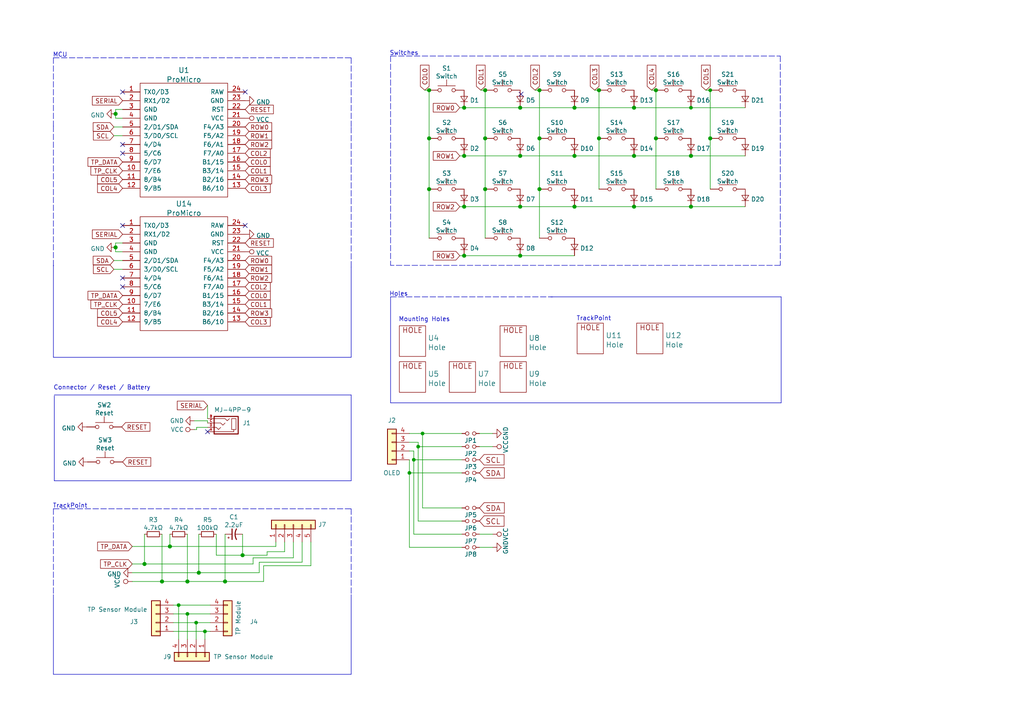
<source format=kicad_sch>
(kicad_sch (version 20230121) (generator eeschema)
  (paper "A4")
  (title_block (title "TPS42 Split Keyboard") (date "2021-11-13") (rev "${Revision}"))
  (lib_symbols
    (symbol "Connector_Generic:Conn_01x04" (pin_names (offset 1.016) hide)
      (property "Reference" "J" (at 0 5.08 0))
      (property "Value" "Conn_01x04" (at 0 -7.62 0))
      (symbol "Conn_01x04_1_1"
        (rectangle (start -1.27 -4.953) (end 0 -5.207) (stroke (width 0.1524)))
        (rectangle (start -1.27 -2.413) (end 0 -2.667) (stroke (width 0.1524)))
        (rectangle (start -1.27 0.127) (end 0 -0.127) (stroke (width 0.1524)))
        (rectangle (start -1.27 2.667) (end 0 2.413) (stroke (width 0.1524)))
        (rectangle (start -1.27 3.81) (end 1.27 -6.35) (stroke (width 0.254)) (fill (type background)))
        (pin passive line (at -5.08 2.54 0) (length 3.81) (name "Pin_1") (number "1"))
        (pin passive line (at -5.08 0 0) (length 3.81) (name "Pin_2") (number "2"))
        (pin passive line (at -5.08 -2.54 0) (length 3.81) (name "Pin_3") (number "3"))
        (pin passive line (at -5.08 -5.08 0) (length 3.81) (name "Pin_4") (number "4"))
      )
    )
    (symbol "Connector_Generic:Conn_01x05" (pin_names (offset 1.016) hide)
      (property "Reference" "J" (at 0 7.62 0))
      (property "Value" "Conn_01x05" (at 0 -7.62 0))
      (symbol "Conn_01x05_1_1"
        (rectangle (start -1.27 -4.953) (end 0 -5.207) (stroke (width 0.1524)))
        (rectangle (start -1.27 -2.413) (end 0 -2.667) (stroke (width 0.1524)))
        (rectangle (start -1.27 0.127) (end 0 -0.127) (stroke (width 0.1524)))
        (rectangle (start -1.27 2.667) (end 0 2.413) (stroke (width 0.1524)))
        (rectangle (start -1.27 5.207) (end 0 4.953) (stroke (width 0.1524)))
        (rectangle (start -1.27 6.35) (end 1.27 -6.35) (stroke (width 0.254)) (fill (type background)))
        (pin passive line (at -5.08 5.08 0) (length 3.81) (name "Pin_1") (number "1"))
        (pin passive line (at -5.08 2.54 0) (length 3.81) (name "Pin_2") (number "2"))
        (pin passive line (at -5.08 0 0) (length 3.81) (name "Pin_3") (number "3"))
        (pin passive line (at -5.08 -2.54 0) (length 3.81) (name "Pin_4") (number "4"))
        (pin passive line (at -5.08 -5.08 0) (length 3.81) (name "Pin_5") (number "5"))
      )
    )
    (symbol "Device:CP1_Small" (pin_numbers hide) (pin_names (offset 0.254) hide)
      (property "Reference" "C" (at 0.254 1.778 0))
      (property "Value" "CP1_Small" (at 0.254 -2.032 0))
      (symbol "CP1_Small_0_1"
        (polyline (pts (xy -1.524 0.508) (xy 1.524 0.508)) (stroke (width 0.3048)))
        (polyline (pts (xy -1.27 1.524) (xy -0.762 1.524)))
        (polyline (pts (xy -1.016 1.27) (xy -1.016 1.778)))
        (arc (start 1.524 -0.762) (mid 0 -0.3734) (end -1.524 -0.762) (stroke (width 0.3048)))
      )
      (symbol "CP1_Small_1_1"
        (pin passive line (at 0 2.54 270) (length 2.032) (name "~") (number "1"))
        (pin passive line (at 0 -2.54 90) (length 2.032) (name "~") (number "2"))
      )
    )
    (symbol "Device:D_Small" (pin_numbers hide) (pin_names (offset 0.254) hide)
      (property "Reference" "D" (at -1.27 2.032 0))
      (property "Value" "D_Small" (at -3.81 -2.032 0))
      (symbol "D_Small_0_1"
        (polyline (pts (xy -0.762 -1.016) (xy -0.762 1.016)))
        (polyline (pts (xy -0.762 0) (xy 0.762 0)))
        (polyline (pts (xy 0.762 -1.016) (xy -0.762 0) (xy 0.762 1.016) (xy 0.762 -1.016)))
      )
      (symbol "D_Small_1_1"
        (pin passive line (at -2.54 0 0) (length 1.778) (name "K") (number "1"))
        (pin passive line (at 2.54 0 180) (length 1.778) (name "A") (number "2"))
      )
    )
    (symbol "Device:R_Small" (pin_numbers hide) (pin_names (offset 0.254) hide)
      (property "Reference" "R" (at 0.762 0.508 0))
      (property "Value" "R_Small" (at 0.762 -1.016 0))
      (symbol "R_Small_0_1"
        (rectangle (start -0.762 1.778) (end 0.762 -1.778) (stroke (width 0.2032)))
      )
      (symbol "R_Small_1_1"
        (pin passive line (at 0 2.54 270) (length 0.762) (name "~") (number "1"))
        (pin passive line (at 0 -2.54 90) (length 0.762) (name "~") (number "2"))
      )
    )
    (symbol "Switch:SW_Push" (pin_numbers hide) (pin_names (offset 1.016) hide)
      (property "Reference" "SW" (at 1.27 2.54 0))
      (property "Value" "SW_Push" (at 0 -1.524 0))
      (symbol "SW_Push_0_1"
        (circle (center -2.032 0) (radius 0.508))
        (polyline (pts (xy 0 1.27) (xy 0 3.048)))
        (polyline (pts (xy 2.54 1.27) (xy -2.54 1.27)))
        (circle (center 2.032 0) (radius 0.508))
        (pin passive line (at -5.08 0 0) (length 2.54) (name "1") (number "1"))
        (pin passive line (at 5.08 0 180) (length 2.54) (name "2") (number "2"))
      )
    )
    (symbol "TPS42:Hole" (pin_names (offset 1.016))
      (property "Reference" "U" (at 0 0 0))
      (property "Value" "Hole" (at 0 -5.08 0))
      (symbol "Hole_0_0"
        (text "HOLE" (at 0 3.81 0) (effects (font (size 1.524 1.524))))
      )
      (symbol "Hole_0_1"
        (rectangle (start 3.81 5.08) (end -3.81 -3.81))
      )
    )
    (symbol "TPS42:ProMicro" (pin_names (offset 1.016))
      (property "Reference" "U" (at 0 19.05 0))
      (property "Value" "ProMicro" (at 0 -19.05 0))
      (symbol "ProMicro_0_1"
        (rectangle (start -12.7 16.51) (end 12.7 -16.51))
      )
      (symbol "ProMicro_1_1"
        (pin bidirectional line (at -17.78 13.97 0) (length 5.08) (name "TX0/D3") (number "1"))
        (pin bidirectional line (at -17.78 -8.89 0) (length 5.08) (name "7/E6") (number "10"))
        (pin bidirectional line (at -17.78 -11.43 0) (length 5.08) (name "8/B4") (number "11"))
        (pin bidirectional line (at -17.78 -13.97 0) (length 5.08) (name "9/B5") (number "12"))
        (pin bidirectional line (at 17.78 -13.97 180) (length 5.08) (name "B6/10") (number "13"))
        (pin bidirectional line (at 17.78 -11.43 180) (length 5.08) (name "B2/16") (number "14"))
        (pin bidirectional line (at 17.78 -8.89 180) (length 5.08) (name "B3/14") (number "15"))
        (pin bidirectional line (at 17.78 -6.35 180) (length 5.08) (name "B1/15") (number "16"))
        (pin bidirectional line (at 17.78 -3.81 180) (length 5.08) (name "F7/A0") (number "17"))
        (pin bidirectional line (at 17.78 -1.27 180) (length 5.08) (name "F6/A1") (number "18"))
        (pin bidirectional line (at 17.78 1.27 180) (length 5.08) (name "F5/A2") (number "19"))
        (pin bidirectional line (at -17.78 11.43 0) (length 5.08) (name "RX1/D2") (number "2"))
        (pin bidirectional line (at 17.78 3.81 180) (length 5.08) (name "F4/A3") (number "20"))
        (pin power_in line (at 17.78 6.35 180) (length 5.08) (name "VCC") (number "21"))
        (pin input line (at 17.78 8.89 180) (length 5.08) (name "RST") (number "22"))
        (pin power_in line (at 17.78 11.43 180) (length 5.08) (name "GND") (number "23"))
        (pin power_out line (at 17.78 13.97 180) (length 5.08) (name "RAW") (number "24"))
        (pin power_in line (at -17.78 8.89 0) (length 5.08) (name "GND") (number "3"))
        (pin power_in line (at -17.78 6.35 0) (length 5.08) (name "GND") (number "4"))
        (pin bidirectional line (at -17.78 3.81 0) (length 5.08) (name "2/D1/SDA") (number "5"))
        (pin bidirectional line (at -17.78 1.27 0) (length 5.08) (name "3/D0/SCL") (number "6"))
        (pin bidirectional line (at -17.78 -1.27 0) (length 5.08) (name "4/D4") (number "7"))
        (pin bidirectional line (at -17.78 -3.81 0) (length 5.08) (name "5/C6") (number "8"))
        (pin bidirectional line (at -17.78 -6.35 0) (length 5.08) (name "6/D7") (number "9"))
      )
    )
    (symbol "corne-chocolate-rescue:Jumper_NO_Small-Device" (pin_numbers hide) (pin_names (offset 0.762) hide)
      (property "Reference" "JP" (at 0 2.032 0))
      (property "Value" "Device:Jumper_NO_Small" (at 0.254 -1.524 0))
      (symbol "Jumper_NO_Small-Device_0_1"
        (circle (center -1.016 0) (radius 0.508))
        (circle (center 1.016 0) (radius 0.508))
        (pin passive line (at -2.54 0 0) (length 1.016) (name "1") (number "1"))
        (pin passive line (at 2.54 0 180) (length 1.016) (name "2") (number "2"))
      )
    )
    (symbol "kbd:MJ-4PP-9" (pin_names (offset 1.016))
      (property "Reference" "J" (at 0 3.81 0))
      (property "Value" "MJ-4PP-9" (at 0 -3.81 0))
      (symbol "MJ-4PP-9_0_1"
        (rectangle (start -1.905 -1.905) (end -3.175 1.27))
        (polyline (pts (xy -2.54 1.27) (xy -2.54 1.905) (xy 3.175 1.905)))
        (polyline (pts (xy -1.27 -1.905) (xy -0.635 -1.27) (xy 0 -1.905) (xy 3.175 -1.905)))
        (polyline (pts (xy 0 -0.635) (xy 0.635 0) (xy 1.27 -0.635) (xy 3.175 -0.635)))
        (polyline (pts (xy 1.27 0.635) (xy 1.905 1.27) (xy 2.54 0.635) (xy 3.175 0.635)))
        (rectangle (start 3.175 2.54) (end -3.81 -2.54) (stroke (width 0.3048)))
      )
      (symbol "MJ-4PP-9_1_1"
        (pin input line (at 5.08 1.905 180) (length 2.0066) (name "~") (number "A"))
        (pin input line (at 5.08 -1.905 180) (length 2.0066) (name "~") (number "B"))
        (pin input line (at 5.08 -0.635 180) (length 2.0066) (name "~") (number "C"))
        (pin input line (at 5.08 0.635 180) (length 2.0066) (name "~") (number "D"))
      )
    )
    (symbol "power:GND" (power) (pin_names (offset 0))
      (property "Value" "GND" (at 0 -3.81 0))
      (symbol "GND_0_1"
        (polyline (pts (xy 0 0) (xy 0 -1.27) (xy 1.27 -1.27) (xy 0 -2.54) (xy -1.27 -1.27) (xy 0 -1.27)))
      )
      (symbol "GND_1_1"
        (pin power_in line (at 0 0 270) (length 0) hide (name "GND") (number "1"))
      )
    )
    (symbol "power:VCC" (power) (pin_names (offset 0))
      (property "Value" "VCC" (at 0 3.81 0))
      (symbol "VCC_0_1"
        (polyline (pts (xy 0 0) (xy 0 1.27)))
        (circle (center 0 1.905) (radius 0.635))
      )
      (symbol "VCC_1_1"
        (pin power_in line (at 0 0 90) (length 0) hide (name "VCC") (number "1"))
      )
    )
  )
  (junction (at 166.624 31.242) (diameter 1.016))
  (junction (at 59.436 183.134))
  (junction (at 166.624 59.944) (diameter 1.016))
  (junction (at 57.658 166.116) (diameter 1.016))
  (junction (at 183.896 31.242) (diameter 1.016))
  (junction (at 51.816 175.514))
  (junction (at 140.716 26.162) (diameter 1.016))
  (junction (at 166.624 45.212) (diameter 1.016))
  (junction (at 173.736 26.162) (diameter 1.016))
  (junction (at 70.358 161.036) (diameter 1.016))
  (junction (at 150.876 31.242) (diameter 1.016))
  (junction (at 49.276 158.496) (diameter 1.016))
  (junction (at 124.46 40.132) (diameter 1.016))
  (junction (at 33.528 71.755) (diameter 1.016))
  (junction (at 56.896 180.594))
  (junction (at 156.464 40.132) (diameter 1.016))
  (junction (at 46.99 168.656) (diameter 1.016))
  (junction (at 205.994 40.132) (diameter 1.016))
  (junction (at 41.91 163.576) (diameter 1.016))
  (junction (at 120.015 133.35))
  (junction (at 54.356 168.656) (diameter 1.016))
  (junction (at 124.46 26.162) (diameter 1.016))
  (junction (at 183.896 59.944) (diameter 1.016))
  (junction (at 54.356 178.054))
  (junction (at 121.285 129.54))
  (junction (at 33.528 33.02) (diameter 1.016))
  (junction (at 156.464 54.864) (diameter 1.016))
  (junction (at 65.278 168.656) (diameter 1.016))
  (junction (at 200.406 59.944) (diameter 1.016))
  (junction (at 200.406 45.212) (diameter 1.016))
  (junction (at 150.876 74.168) (diameter 1.016))
  (junction (at 173.736 40.132) (diameter 1.016))
  (junction (at 134.62 74.168) (diameter 1.016))
  (junction (at 134.62 31.242) (diameter 1.016))
  (junction (at 118.745 137.16))
  (junction (at 140.716 54.864) (diameter 1.016))
  (junction (at 190.246 40.132) (diameter 1.016))
  (junction (at 150.876 59.944) (diameter 1.016))
  (junction (at 205.994 26.162))
  (junction (at 156.464 26.162) (diameter 1.016))
  (junction (at 140.716 40.132) (diameter 1.016))
  (junction (at 134.62 59.944) (diameter 1.016))
  (junction (at 122.555 125.73))
  (junction (at 190.246 26.162) (diameter 1.016))
  (junction (at 124.46 54.864) (diameter 1.016))
  (junction (at 150.876 45.212) (diameter 1.016))
  (junction (at 134.62 45.212) (diameter 1.016))
  (junction (at 200.406 31.242))
  (junction (at 183.896 45.212) (diameter 1.016))
  (no_connect (at 60.198 125.222))
  (no_connect (at 35.56 80.645))
  (no_connect (at 35.56 83.185))
  (no_connect (at 71.12 26.67))
  (no_connect (at 151.13 27.305))
  (no_connect (at 35.56 41.91))
  (no_connect (at 35.56 65.405))
  (no_connect (at 35.56 44.45))
  (no_connect (at 71.12 65.405))
  (no_connect (at 35.56 26.67))
  (wire (pts (xy 60.96 175.514) (xy 51.816 175.514)))
  (wire (pts (xy 56.896 180.594) (xy 50.292 180.594)))
  (wire (pts (xy 140.716 54.864) (xy 140.716 69.088)))
  (wire (pts (xy 33.528 73.025) (xy 33.528 71.755)))
  (wire (pts (xy 38.354 158.496) (xy 49.276 158.496)))
  (polyline (pts (xy 15.494 195.58) (xy 101.854 195.58)))
  (wire (pts (xy 57.658 166.116) (xy 75.184 166.116)))
  (wire (pts (xy 51.816 175.514) (xy 50.292 175.514)))
  (wire (pts (xy 62.738 161.036) (xy 70.358 161.036)))
  (polyline (pts (xy 15.748 114.554) (xy 101.854 114.554)))
  (wire (pts (xy 156.464 54.864) (xy 156.464 69.088)))
  (wire (pts (xy 205.994 40.132) (xy 205.994 54.864)))
  (wire (pts (xy 56.388 122.047) (xy 60.198 122.047)))
  (wire (pts (xy 200.406 31.242) (xy 216.154 31.242)))
  (wire (pts (xy 56.388 124.587) (xy 57.023 124.587)))
  (wire (pts (xy 139.065 129.54) (xy 142.875 129.54)))
  (wire (pts (xy 35.56 31.75) (xy 33.528 31.75)))
  (wire (pts (xy 60.198 117.602) (xy 60.198 121.412)))
  (wire (pts (xy 49.276 158.496) (xy 80.01 158.496)))
  (wire (pts (xy 49.276 154.94) (xy 49.276 158.496)))
  (wire (pts (xy 133.35 59.944) (xy 134.62 59.944)))
  (polyline (pts (xy 101.854 77.47) (xy 101.854 36.576)) (stroke (width 0) (type dash)))
  (wire (pts (xy 118.745 133.35) (xy 118.745 137.16)))
  (wire (pts (xy 120.015 130.81) (xy 120.015 133.35)))
  (wire (pts (xy 166.624 31.242) (xy 183.896 31.242)))
  (wire (pts (xy 122.555 125.73) (xy 122.555 147.32)))
  (wire (pts (xy 60.96 180.594) (xy 56.896 180.594)))
  (wire (pts (xy 75.184 166.116) (xy 75.184 163.068)))
  (polyline (pts (xy 113.284 86.106) (xy 160.274 86.106)) (stroke (width 0) (type dash)))
  (polyline (pts (xy 101.854 139.446) (xy 15.748 139.446)))
  (wire (pts (xy 33.528 31.75) (xy 33.528 33.02)))
  (wire (pts (xy 122.555 147.32) (xy 133.985 147.32)))
  (wire (pts (xy 156.464 26.162) (xy 156.464 40.132)))
  (wire (pts (xy 54.356 178.054) (xy 54.356 185.42)))
  (polyline (pts (xy 101.854 16.764) (xy 101.854 36.83)) (stroke (width 0) (type dash)))
  (wire (pts (xy 62.738 154.94) (xy 62.738 161.036)))
  (wire (pts (xy 73.406 161.798) (xy 85.09 161.798)))
  (polyline (pts (xy 15.494 172.466) (xy 15.494 195.58)))
  (polyline (pts (xy 113.284 16.256) (xy 226.314 16.256)) (stroke (width 0) (type dash)))
  (wire (pts (xy 150.876 74.168) (xy 166.624 74.168)))
  (wire (pts (xy 77.47 160.02) (xy 82.55 160.02)))
  (polyline (pts (xy 101.854 147.574) (xy 101.854 172.466)) (stroke (width 0) (type dash)))
  (wire (pts (xy 118.745 125.73) (xy 122.555 125.73)))
  (wire (pts (xy 33.02 78.105) (xy 35.56 78.105)))
  (wire (pts (xy 35.56 34.29) (xy 33.528 34.29)))
  (polyline (pts (xy 15.494 147.574) (xy 15.494 172.466)) (stroke (width 0) (type dash)))
  (wire (pts (xy 139.065 158.75) (xy 142.875 158.75)))
  (wire (pts (xy 59.436 183.134) (xy 59.436 185.42)))
  (wire (pts (xy 65.278 154.94) (xy 65.278 168.656)))
  (wire (pts (xy 172.466 26.162) (xy 173.736 26.162)))
  (wire (pts (xy 124.46 40.132) (xy 124.46 54.864)))
  (wire (pts (xy 46.99 154.94) (xy 46.99 168.656)))
  (polyline (pts (xy 15.494 16.764) (xy 101.854 16.764)) (stroke (width 0) (type dash)))
  (wire (pts (xy 41.91 163.576) (xy 73.406 163.576)))
  (wire (pts (xy 80.01 157.226) (xy 80.01 158.496)))
  (wire (pts (xy 150.876 59.944) (xy 166.624 59.944)))
  (wire (pts (xy 85.09 157.226) (xy 85.09 161.798)))
  (wire (pts (xy 134.62 45.212) (xy 150.876 45.212)))
  (polyline (pts (xy 226.568 116.84) (xy 113.284 116.84)))
  (wire (pts (xy 38.354 163.576) (xy 41.91 163.576)))
  (wire (pts (xy 183.896 31.242) (xy 200.406 31.242)))
  (wire (pts (xy 118.745 130.81) (xy 120.015 130.81)))
  (wire (pts (xy 200.406 45.212) (xy 216.154 45.212)))
  (polyline (pts (xy 15.494 76.962) (xy 15.494 103.632)))
  (wire (pts (xy 134.62 59.944) (xy 150.876 59.944)))
  (wire (pts (xy 51.816 175.514) (xy 51.816 185.42)))
  (wire (pts (xy 90.17 157.226) (xy 90.17 164.084)))
  (wire (pts (xy 33.528 70.485) (xy 33.528 71.755)))
  (wire (pts (xy 133.985 129.54) (xy 121.285 129.54)))
  (wire (pts (xy 166.624 59.944) (xy 183.896 59.944)))
  (polyline (pts (xy 15.494 103.632) (xy 101.854 103.632)))
  (polyline (pts (xy 101.854 195.58) (xy 101.854 172.466)))
  (wire (pts (xy 121.285 151.13) (xy 133.985 151.13)))
  (wire (pts (xy 140.716 26.162) (xy 140.716 40.132)))
  (polyline (pts (xy 113.284 116.84) (xy 113.284 86.106)))
  (wire (pts (xy 183.896 45.212) (xy 200.406 45.212)))
  (wire (pts (xy 57.658 154.94) (xy 57.658 166.116)))
  (wire (pts (xy 155.194 26.162) (xy 156.464 26.162)))
  (wire (pts (xy 77.47 161.036) (xy 77.47 160.02)))
  (wire (pts (xy 118.745 158.75) (xy 133.985 158.75)))
  (wire (pts (xy 38.354 166.116) (xy 57.658 166.116)))
  (wire (pts (xy 35.56 73.025) (xy 33.528 73.025)))
  (wire (pts (xy 190.246 26.162) (xy 190.246 40.132)))
  (wire (pts (xy 124.46 26.162) (xy 124.46 40.132)))
  (wire (pts (xy 54.356 168.656) (xy 65.278 168.656)))
  (wire (pts (xy 166.624 45.212) (xy 183.896 45.212)))
  (polyline (pts (xy 159.766 86.106) (xy 226.568 86.106)))
  (wire (pts (xy 133.35 31.242) (xy 134.62 31.242)))
  (wire (pts (xy 139.065 125.73) (xy 142.875 125.73)))
  (wire (pts (xy 46.99 168.656) (xy 54.356 168.656)))
  (wire (pts (xy 33.02 75.565) (xy 35.56 75.565)))
  (wire (pts (xy 150.876 31.242) (xy 166.624 31.242)))
  (polyline (pts (xy 15.494 147.574) (xy 101.854 147.574)) (stroke (width 0) (type dash)))
  (polyline (pts (xy 15.494 16.764) (xy 15.494 36.576)) (stroke (width 0) (type dash)))
  (wire (pts (xy 60.96 178.054) (xy 54.356 178.054)))
  (wire (pts (xy 87.63 157.226) (xy 87.63 163.068)))
  (wire (pts (xy 173.736 40.132) (xy 173.736 54.864)))
  (wire (pts (xy 57.023 123.952) (xy 60.198 123.952)))
  (polyline (pts (xy 15.748 114.808) (xy 15.748 139.446)))
  (polyline (pts (xy 101.854 114.554) (xy 101.854 139.446)))
  (polyline (pts (xy 226.314 76.962) (xy 113.284 76.962)) (stroke (width 0) (type dash)))
  (polyline (pts (xy 113.284 16.256) (xy 113.284 76.962)) (stroke (width 0) (type dash)))
  (wire (pts (xy 33.02 36.83) (xy 35.56 36.83)))
  (wire (pts (xy 76.454 168.656) (xy 76.454 164.084)))
  (wire (pts (xy 183.896 59.944) (xy 200.406 59.944)))
  (wire (pts (xy 54.356 154.94) (xy 54.356 168.656)))
  (wire (pts (xy 134.62 74.168) (xy 150.876 74.168)))
  (wire (pts (xy 121.285 128.27) (xy 121.285 129.54)))
  (wire (pts (xy 70.358 154.94) (xy 70.358 161.036)))
  (wire (pts (xy 123.19 26.162) (xy 124.46 26.162)))
  (wire (pts (xy 35.56 70.485) (xy 33.528 70.485)))
  (wire (pts (xy 60.96 183.134) (xy 59.436 183.134)))
  (wire (pts (xy 124.46 54.864) (xy 124.46 69.088)))
  (wire (pts (xy 38.354 168.656) (xy 46.99 168.656)))
  (wire (pts (xy 33.528 34.29) (xy 33.528 33.02)))
  (wire (pts (xy 60.198 122.047) (xy 60.198 122.682)))
  (wire (pts (xy 56.896 180.594) (xy 56.896 185.42)))
  (wire (pts (xy 59.436 183.134) (xy 50.292 183.134)))
  (wire (pts (xy 190.246 40.132) (xy 190.246 54.864)))
  (wire (pts (xy 118.745 137.16) (xy 118.745 158.75)))
  (wire (pts (xy 156.464 40.132) (xy 156.464 54.864)))
  (wire (pts (xy 75.184 163.068) (xy 87.63 163.068)))
  (wire (pts (xy 122.555 125.73) (xy 133.985 125.73)))
  (wire (pts (xy 133.985 133.35) (xy 120.015 133.35)))
  (wire (pts (xy 150.876 45.212) (xy 166.624 45.212)))
  (wire (pts (xy 204.724 26.162) (xy 205.994 26.162)))
  (wire (pts (xy 140.716 40.132) (xy 140.716 54.864)))
  (polyline (pts (xy 101.854 103.632) (xy 101.854 77.47)))
  (wire (pts (xy 134.62 31.242) (xy 150.876 31.242)))
  (wire (pts (xy 70.358 161.036) (xy 77.47 161.036)))
  (wire (pts (xy 54.356 178.054) (xy 50.292 178.054)))
  (wire (pts (xy 200.406 59.944) (xy 216.154 59.944)))
  (polyline (pts (xy 15.494 36.576) (xy 15.494 77.47)) (stroke (width 0) (type dash)))
  (wire (pts (xy 73.406 163.576) (xy 73.406 161.798)))
  (wire (pts (xy 139.065 154.94) (xy 142.875 154.94)))
  (wire (pts (xy 120.015 133.35) (xy 120.015 154.94)))
  (wire (pts (xy 82.55 157.226) (xy 82.55 160.02)))
  (wire (pts (xy 133.985 137.16) (xy 118.745 137.16)))
  (wire (pts (xy 33.02 39.37) (xy 35.56 39.37)))
  (wire (pts (xy 41.91 154.94) (xy 41.91 163.576)))
  (wire (pts (xy 118.745 128.27) (xy 121.285 128.27)))
  (polyline (pts (xy 226.314 16.256) (xy 226.314 76.962)) (stroke (width 0) (type dash)))
  (wire (pts (xy 65.278 168.656) (xy 76.454 168.656)))
  (wire (pts (xy 188.976 26.162) (xy 190.246 26.162)))
  (wire (pts (xy 76.454 164.084) (xy 90.17 164.084)))
  (wire (pts (xy 205.994 26.162) (xy 205.994 40.132)))
  (wire (pts (xy 133.35 74.168) (xy 134.62 74.168)))
  (wire (pts (xy 121.285 129.54) (xy 121.285 151.13)))
  (wire (pts (xy 173.736 26.162) (xy 173.736 40.132)))
  (wire (pts (xy 139.446 26.162) (xy 140.716 26.162)))
  (wire (pts (xy 120.015 154.94) (xy 133.985 154.94)))
  (polyline (pts (xy 226.568 86.106) (xy 226.568 116.84)))
  (wire (pts (xy 57.023 124.587) (xy 57.023 123.952)))
  (wire (pts (xy 133.35 45.212) (xy 134.62 45.212)))
  (text "Holes" (at 118.364 86.106 0) (effects (font (size 1.27 1.27)) (justify right bottom)))
  (text "TrackPoint" (at 177.292 93.218 0) (effects (font (size 1.27 1.27)) (justify right bottom)))
  (text "Connector / Reset / Battery" (at 43.688 113.284 0) (effects (font (size 1.27 1.27)) (justify right bottom)))
  (text "Mounting Holes" (at 130.556 93.472 0) (effects (font (size 1.27 1.27)) (justify right bottom)))
  (text "Switches" (at 121.412 16.256 0) (effects (font (size 1.27 1.27)) (justify right bottom)))
  (text "TrackPoint" (at 25.4 147.574 0) (effects (font (size 1.27 1.27)) (justify right bottom)))
  (text "MCU\n" (at 19.558 16.764 0) (effects (font (size 1.27 1.27)) (justify right bottom)))
  (global_label "ROW3" (shape input) (at 133.35 74.168 180) (property "Intersheetrefs" "${INTERSHEET_REFS}" (effects hide)))
  (global_label "SERIAL" (shape input) (at 60.198 117.602 180) (property "Intersheetrefs" "${INTERSHEET_REFS}" (effects hide)))
  (global_label "COL3" (shape input) (at 172.466 26.162 90) (property "Intersheetrefs" "${INTERSHEET_REFS}" (effects hide)))
  (global_label "SERIAL" (shape input) (at 35.56 29.21 180) (property "Intersheetrefs" "${INTERSHEET_REFS}" (effects hide)))
  (global_label "RESET" (shape input) (at 71.12 70.485 0) (property "Intersheetrefs" "${INTERSHEET_REFS}" (effects hide)))
  (global_label "COL4" (shape input) (at 188.976 26.162 90) (property "Intersheetrefs" "${INTERSHEET_REFS}" (effects hide)))
  (global_label "ROW0" (shape input) (at 71.12 36.83 0) (property "Intersheetrefs" "${INTERSHEET_REFS}" (effects hide)))
  (global_label "COL5" (shape input) (at 204.724 26.162 90) (property "Intersheetrefs" "${INTERSHEET_REFS}" (effects hide)))
  (global_label "TP_CLK" (shape input) (at 35.56 49.53 180) (property "Intersheetrefs" "${INTERSHEET_REFS}" (effects hide)))
  (global_label "SDA" (shape input) (at 139.065 137.16 0) (effects (font (size 1.524 1.524))) (property "Intersheetrefs" "${INTERSHEET_REFS}" (effects hide)))
  (global_label "COL5" (shape input) (at 35.56 52.07 180) (property "Intersheetrefs" "${INTERSHEET_REFS}" (effects hide)))
  (global_label "TP_DATA" (shape input) (at 38.354 158.496 180) (property "Intersheetrefs" "${INTERSHEET_REFS}" (effects hide)))
  (global_label "SDA" (shape input) (at 33.02 36.83 180) (property "Intersheetrefs" "${INTERSHEET_REFS}" (effects hide)))
  (global_label "ROW0" (shape input) (at 133.35 31.242 180) (property "Intersheetrefs" "${INTERSHEET_REFS}" (effects hide)))
  (global_label "ROW3" (shape input) (at 71.12 52.07 0) (property "Intersheetrefs" "${INTERSHEET_REFS}" (effects hide)))
  (global_label "SCL" (shape input) (at 33.02 78.105 180) (property "Intersheetrefs" "${INTERSHEET_REFS}" (effects hide)))
  (global_label "TP_DATA" (shape input) (at 35.56 46.99 180) (property "Intersheetrefs" "${INTERSHEET_REFS}" (effects hide)))
  (global_label "TP_CLK" (shape input) (at 35.56 88.265 180) (property "Intersheetrefs" "${INTERSHEET_REFS}" (effects hide)))
  (global_label "COL1" (shape input) (at 71.12 49.53 0) (property "Intersheetrefs" "${INTERSHEET_REFS}" (effects hide)))
  (global_label "ROW2" (shape input) (at 71.12 41.91 0) (property "Intersheetrefs" "${INTERSHEET_REFS}" (effects hide)))
  (global_label "ROW2" (shape input) (at 71.12 80.645 0) (property "Intersheetrefs" "${INTERSHEET_REFS}" (effects hide)))
  (global_label "COL0" (shape input) (at 123.19 26.162 90) (property "Intersheetrefs" "${INTERSHEET_REFS}" (effects hide)))
  (global_label "SDA" (shape input) (at 139.065 147.32 0) (effects (font (size 1.524 1.524))) (property "Intersheetrefs" "${INTERSHEET_REFS}" (effects hide)))
  (global_label "SCL" (shape input) (at 33.02 39.37 180) (property "Intersheetrefs" "${INTERSHEET_REFS}" (effects hide)))
  (global_label "COL5" (shape input) (at 35.56 90.805 180) (property "Intersheetrefs" "${INTERSHEET_REFS}" (effects hide)))
  (global_label "ROW1" (shape input) (at 71.12 39.37 0) (property "Intersheetrefs" "${INTERSHEET_REFS}" (effects hide)))
  (global_label "COL1" (shape input) (at 71.12 88.265 0) (property "Intersheetrefs" "${INTERSHEET_REFS}" (effects hide)))
  (global_label "SCL" (shape input) (at 139.065 133.35 0) (effects (font (size 1.524 1.524))) (property "Intersheetrefs" "${INTERSHEET_REFS}" (effects hide)))
  (global_label "TP_CLK" (shape input) (at 38.354 163.576 180) (property "Intersheetrefs" "${INTERSHEET_REFS}" (effects hide)))
  (global_label "ROW1" (shape input) (at 71.12 78.105 0) (property "Intersheetrefs" "${INTERSHEET_REFS}" (effects hide)))
  (global_label "SDA" (shape input) (at 33.02 75.565 180) (property "Intersheetrefs" "${INTERSHEET_REFS}" (effects hide)))
  (global_label "ROW1" (shape input) (at 133.35 45.212 180) (property "Intersheetrefs" "${INTERSHEET_REFS}" (effects hide)))
  (global_label "COL4" (shape input) (at 35.56 54.61 180) (property "Intersheetrefs" "${INTERSHEET_REFS}" (effects hide)))
  (global_label "COL0" (shape input) (at 71.12 46.99 0) (property "Intersheetrefs" "${INTERSHEET_REFS}" (effects hide)))
  (global_label "COL4" (shape input) (at 35.56 93.345 180) (property "Intersheetrefs" "${INTERSHEET_REFS}" (effects hide)))
  (global_label "ROW0" (shape input) (at 71.12 75.565 0) (property "Intersheetrefs" "${INTERSHEET_REFS}" (effects hide)))
  (global_label "RESET" (shape input) (at 35.56 133.985 0) (property "Intersheetrefs" "${INTERSHEET_REFS}" (effects hide)))
  (global_label "COL3" (shape input) (at 71.12 93.345 0) (property "Intersheetrefs" "${INTERSHEET_REFS}" (effects hide)))
  (global_label "SCL" (shape input) (at 139.065 151.13 0) (effects (font (size 1.524 1.524))) (property "Intersheetrefs" "${INTERSHEET_REFS}" (effects hide)))
  (global_label "COL2" (shape input) (at 155.194 26.162 90) (property "Intersheetrefs" "${INTERSHEET_REFS}" (effects hide)))
  (global_label "COL1" (shape input) (at 139.446 26.162 90) (property "Intersheetrefs" "${INTERSHEET_REFS}" (effects hide)))
  (global_label "SERIAL" (shape input) (at 35.56 67.945 180) (property "Intersheetrefs" "${INTERSHEET_REFS}" (effects hide)))
  (global_label "COL2" (shape input) (at 71.12 83.185 0) (property "Intersheetrefs" "${INTERSHEET_REFS}" (effects hide)))
  (global_label "COL2" (shape input) (at 71.12 44.45 0) (property "Intersheetrefs" "${INTERSHEET_REFS}" (effects hide)))
  (global_label "COL0" (shape input) (at 71.12 85.725 0) (property "Intersheetrefs" "${INTERSHEET_REFS}" (effects hide)))
  (global_label "ROW2" (shape input) (at 133.35 59.944 180) (property "Intersheetrefs" "${INTERSHEET_REFS}" (effects hide)))
  (global_label "ROW3" (shape input) (at 71.12 90.805 0) (property "Intersheetrefs" "${INTERSHEET_REFS}" (effects hide)))
  (global_label "COL3" (shape input) (at 71.12 54.61 0) (property "Intersheetrefs" "${INTERSHEET_REFS}" (effects hide)))
  (global_label "RESET" (shape input) (at 71.12 31.75 0) (property "Intersheetrefs" "${INTERSHEET_REFS}" (effects hide)))
  (global_label "RESET" (shape input) (at 35.306 123.825 0) (property "Intersheetrefs" "${INTERSHEET_REFS}" (effects hide)))
  (global_label "TP_DATA" (shape input) (at 35.56 85.725 180) (property "Intersheetrefs" "${INTERSHEET_REFS}" (effects hide)))
  (symbol (lib_id "corne-chocolate-rescue:Jumper_NO_Small-Device") (at 136.525 158.75 180) (unit 1)
    (property "Reference" "JP8" (at 136.525 160.782 0))
    (property "Value" " " (at 136.271 157.226 0))
    (property "Footprint" "kbd:Jumper" (effects hide))
  )
  (symbol (lib_id "Device:D_Small") (at 183.896 57.404 90) (unit 1)
    (property "Reference" "D15" (at 185.5471 57.7925 90) (effects (justify right)))
    (property "Value" "D_Small" (effects hide))
    (property "Footprint" "TPS42:D_SOD-323_HandSoldering_Reversable" (effects hide))
  )
  (symbol (lib_id "Device:R_Small") (at 51.816 154.94 270) (unit 1)
    (property "Reference" "R4" (at 51.816 150.7702 90))
    (property "Value" "4.7kΩ" (at 51.816 153.0689 90))
    (property "Footprint" "TPS42:R_0603_1608Metric_Pad0.98x0.95mm_HandSolder_Reversable" (effects hide))
  )
  (symbol (lib_id "TPS42:Hole") (at 171.196 98.806 0) (unit 1)
    (property "Reference" "U11" (at 175.6411 97.2834 0) (effects (font (size 1.524 1.524)) (justify left)))
    (property "Value" "Hole" (at 175.6411 99.991 0) (effects (font (size 1.524 1.524)) (justify left)))
    (property "Footprint" "TPS42:TPSensorModule" (effects hide))
  )
  (symbol (lib_id "Switch:SW_Push") (at 30.48 133.985 0) (unit 1)
    (property "Reference" "SW3" (at 30.48 127.6308 0))
    (property "Value" "Reset" (at 30.48 129.9295 0))
    (property "Footprint" "TPS42:SMD-SW-4_5.1x5.1x2.5" (effects hide))
  )
  (symbol (lib_id "power:VCC") (at 38.354 168.656 90) (unit 1)
    (property "Reference" "#PWR04" (effects hide))
    (property "Value" "VCC" (at 34.0296 168.656 0))
  )
  (symbol (lib_id "Switch:SW_Push") (at 161.544 26.162 0) (unit 1)
    (property "Reference" "S9" (at 161.544 21.5858 0))
    (property "Value" "Switch" (at 161.544 23.8845 0))
    (property "Footprint" "TPS42:Kailh_socket_PG1350_optional_reversible.kicad_mod" (effects hide))
  )
  (symbol (lib_id "Switch:SW_Push") (at 129.54 40.132 0) (unit 1)
    (property "Reference" "S2" (at 129.54 35.5558 0))
    (property "Value" "Switch" (at 129.54 37.8545 0))
    (property "Footprint" "TPS42:Kailh_socket_PG1350_optional_reversible.kicad_mod" (effects hide))
  )
  (symbol (lib_id "Switch:SW_Push") (at 145.796 54.864 0) (unit 1)
    (property "Reference" "S7" (at 145.796 50.2878 0))
    (property "Value" "Switch" (at 145.796 52.5865 0))
    (property "Footprint" "TPS42:Kailh_socket_PG1350_optional_reversible.kicad_mod" (effects hide))
  )
  (symbol (lib_id "Switch:SW_Push") (at 145.796 69.088 0) (unit 1)
    (property "Reference" "S8" (at 145.796 64.5118 0))
    (property "Value" "Switch" (at 145.796 66.8105 0))
    (property "Footprint" "TPS42:Kailh_socket_PG1350_optional_reversible.kicad_mod" (effects hide))
  )
  (symbol (lib_id "corne-chocolate-rescue:Jumper_NO_Small-Device") (at 136.525 154.94 180) (unit 1)
    (property "Reference" "JP7" (at 136.525 156.972 0))
    (property "Value" " " (at 136.271 153.416 0))
    (property "Footprint" "kbd:Jumper" (effects hide))
  )
  (symbol (lib_id "power:GND") (at 142.875 158.75 90) (unit 1)
    (property "Reference" "#PWR08" (effects hide))
    (property "Value" "GND" (at 146.685 158.75 0))
  )
  (symbol (lib_id "Switch:SW_Push") (at 195.326 26.162 0) (unit 1)
    (property "Reference" "S16" (at 195.326 21.5858 0))
    (property "Value" "Switch" (at 195.326 23.8845 0))
    (property "Footprint" "TPS42:Kailh_socket_PG1350_optional_reversible.kicad_mod" (effects hide))
  )
  (symbol (lib_id "power:GND") (at 38.354 166.116 270) (unit 1)
    (property "Reference" "#PWR03" (effects hide))
    (property "Value" "GND" (at 35.179 166.5045 90) (effects (justify right)))
  )
  (symbol (lib_id "power:GND") (at 33.528 33.02 270) (unit 1)
    (property "Reference" "#PWR011" (effects hide))
    (property "Value" "GND" (at 30.353 33.4085 90) (effects (justify right)))
  )
  (symbol (lib_id "Device:D_Small") (at 150.876 57.404 90) (unit 1)
    (property "Reference" "D7" (at 152.5271 57.7925 90) (effects (justify right)))
    (property "Value" "D_Small" (effects hide))
    (property "Footprint" "TPS42:D_SOD-323_HandSoldering_Reversable" (effects hide))
  )
  (symbol (lib_id "Connector_Generic:Conn_01x04") (at 66.04 180.594 0) (mirror x) (unit 1)
    (property "Reference" "J4" (at 73.66 180.34 0))
    (property "Value" "TP Module" (at 69.088 179.2055 90))
    (property "Footprint" "TPS42:TPSensorModule_Connector" (effects hide))
  )
  (symbol (lib_id "power:GND") (at 33.528 71.755 270) (unit 1)
    (property "Reference" "#PWR0103" (effects hide))
    (property "Value" "GND" (at 30.353 72.1435 90) (effects (justify right)))
  )
  (symbol (lib_id "TPS42:Hole") (at 148.844 109.982 0) (unit 1)
    (property "Reference" "U9" (at 153.2891 108.4594 0) (effects (font (size 1.524 1.524)) (justify left)))
    (property "Value" "Hole" (at 153.2891 111.167 0) (effects (font (size 1.524 1.524)) (justify left)))
    (property "Footprint" "TPS42:HOLE_M2_TH" (effects hide))
  )
  (symbol (lib_id "Device:D_Small") (at 134.62 71.628 90) (unit 1)
    (property "Reference" "D4" (at 136.2711 72.0165 90) (effects (justify right)))
    (property "Value" "D_Small" (effects hide))
    (property "Footprint" "TPS42:D_SOD-323_HandSoldering_Reversable" (effects hide))
  )
  (symbol (lib_id "TPS42:Hole") (at 119.634 109.982 0) (unit 1)
    (property "Reference" "U5" (at 124.0791 108.4594 0) (effects (font (size 1.524 1.524)) (justify left)))
    (property "Value" "Hole" (at 124.0791 111.167 0) (effects (font (size 1.524 1.524)) (justify left)))
    (property "Footprint" "TPS42:HOLE_M2_TH" (effects hide))
  )
  (symbol (lib_id "Connector_Generic:Conn_01x04") (at 113.665 130.81 180) (unit 1)
    (property "Reference" "J2" (at 113.665 121.92 0))
    (property "Value" "OLED" (at 113.665 137.16 0))
    (property "Footprint" "kbd:OLED" (effects hide))
  )
  (symbol (lib_id "power:VCC") (at 56.388 124.587 90) (unit 1)
    (property "Reference" "#PWR02" (effects hide))
    (property "Value" "VCC" (at 53.34 124.587 90) (effects (justify left)))
  )
  (symbol (lib_id "Device:D_Small") (at 150.876 71.628 90) (unit 1)
    (property "Reference" "D8" (at 152.5271 72.0165 90) (effects (justify right)))
    (property "Value" "D_Small" (effects hide))
    (property "Footprint" "TPS42:D_SOD-323_HandSoldering_Reversable" (effects hide))
  )
  (symbol (lib_id "power:GND") (at 71.12 29.21 90) (unit 1)
    (property "Reference" "#PWR0104" (effects hide))
    (property "Value" "GND" (at 74.2951 29.5985 90) (effects (justify right)))
  )
  (symbol (lib_id "Switch:SW_Push") (at 161.544 69.088 0) (unit 1)
    (property "Reference" "S12" (at 161.544 64.5118 0))
    (property "Value" "Switch" (at 161.544 66.8105 0))
    (property "Footprint" "TPS42:Kailh_socket_PG1350_optional_reversible.kicad_mod" (effects hide))
  )
  (symbol (lib_id "Device:D_Small") (at 216.154 42.672 90) (unit 1)
    (property "Reference" "D19" (at 217.8051 43.0605 90) (effects (justify right)))
    (property "Value" "D_Small" (effects hide))
    (property "Footprint" "TPS42:D_SOD-323_HandSoldering_Reversable" (effects hide))
  )
  (symbol (lib_id "Switch:SW_Push") (at 178.816 26.162 0) (unit 1)
    (property "Reference" "S13" (at 178.816 21.5858 0))
    (property "Value" "Switch" (at 178.816 23.8845 0))
    (property "Footprint" "TPS42:Kailh_socket_PG1350_optional_reversible.kicad_mod" (effects hide))
  )
  (symbol (lib_id "corne-chocolate-rescue:Jumper_NO_Small-Device") (at 136.525 137.16 180) (unit 1)
    (property "Reference" "JP4" (at 136.525 139.192 0))
    (property "Value" " " (at 136.271 135.636 0))
    (property "Footprint" "kbd:Jumper" (effects hide))
  )
  (symbol (lib_id "Device:D_Small") (at 166.624 57.404 90) (unit 1)
    (property "Reference" "D11" (at 168.2751 57.7925 90) (effects (justify right)))
    (property "Value" "D_Small" (effects hide))
    (property "Footprint" "TPS42:D_SOD-323_HandSoldering_Reversable" (effects hide))
  )
  (symbol (lib_id "kbd:MJ-4PP-9") (at 65.278 123.317 180) (unit 1)
    (property "Reference" "J1" (at 70.358 122.682 0) (effects (justify right)))
    (property "Value" "MJ-4PP-9" (at 62.103 118.872 0) (effects (justify right)))
    (property "Footprint" "kbd:MJ-4PP-9_1side" (effects hide))
  )
  (symbol (lib_id "Switch:SW_Push") (at 211.074 54.864 0) (unit 1)
    (property "Reference" "S20" (at 211.074 50.2878 0))
    (property "Value" "Switch" (at 211.074 52.5865 0))
    (property "Footprint" "TPS42:Kailh_socket_PG1350_optional_reversible.kicad_mod" (effects hide))
  )
  (symbol (lib_id "Device:D_Small") (at 200.406 42.672 90) (unit 1)
    (property "Reference" "D17" (at 202.0571 43.0605 90) (effects (justify right)))
    (property "Value" "D_Small" (effects hide))
    (property "Footprint" "TPS42:D_SOD-323_HandSoldering_Reversable" (effects hide))
  )
  (symbol (lib_id "Device:D_Small") (at 166.624 28.702 90) (unit 1)
    (property "Reference" "D9" (at 168.2751 29.0905 90) (effects (justify right)))
    (property "Value" "D_Small" (effects hide))
    (property "Footprint" "TPS42:D_SOD-323_HandSoldering_Reversable" (effects hide))
  )
  (symbol (lib_id "TPS42:Hole") (at 134.112 109.982 0) (unit 1)
    (property "Reference" "U7" (at 138.5571 108.4594 0) (effects (font (size 1.524 1.524)) (justify left)))
    (property "Value" "Hole" (at 138.5571 111.167 0) (effects (font (size 1.524 1.524)) (justify left)))
    (property "Footprint" "TPS42:HOLE_M2_TH" (effects hide))
  )
  (symbol (lib_id "power:GND") (at 71.12 67.945 90) (unit 1)
    (property "Reference" "#PWR0101" (effects hide))
    (property "Value" "GND" (at 74.2951 68.3335 90) (effects (justify right)))
  )
  (symbol (lib_id "Device:D_Small") (at 200.406 28.702 90) (unit 1)
    (property "Reference" "D16" (at 202.0571 29.0905 90) (effects (justify right)))
    (property "Value" "D_Small" (effects hide))
    (property "Footprint" "TPS42:D_SOD-323_HandSoldering_Reversable" (effects hide))
  )
  (symbol (lib_id "Connector_Generic:Conn_01x04") (at 45.212 180.594 180) (unit 1)
    (property "Reference" "J3" (at 38.862 180.34 0))
    (property "Value" "TP Sensor Module" (at 34.036 176.784 0))
    (property "Footprint" "TPS42:TPSensorModule_Connector" (effects hide))
  )
  (symbol (lib_id "Device:R_Small") (at 60.198 154.94 270) (unit 1)
    (property "Reference" "R5" (at 60.198 150.7702 90))
    (property "Value" "100kΩ" (at 60.198 153.0689 90))
    (property "Footprint" "TPS42:R_0603_1608Metric_Pad0.98x0.95mm_HandSolder_Reversable" (effects hide))
  )
  (symbol (lib_id "corne-chocolate-rescue:Jumper_NO_Small-Device") (at 136.525 129.54 180) (unit 1)
    (property "Reference" "JP2" (at 136.525 131.572 0))
    (property "Value" " " (at 136.271 128.016 0))
    (property "Footprint" "kbd:Jumper" (effects hide))
  )
  (symbol (lib_id "Device:D_Small") (at 183.896 42.672 90) (unit 1)
    (property "Reference" "D14" (at 185.5471 43.0605 90) (effects (justify right)))
    (property "Value" "D_Small" (effects hide))
    (property "Footprint" "TPS42:D_SOD-323_HandSoldering_Reversable" (effects hide))
  )
  (symbol (lib_id "corne-chocolate-rescue:Jumper_NO_Small-Device") (at 136.525 125.73 180) (unit 1)
    (property "Reference" "JP1" (at 136.525 127.762 0))
    (property "Value" " " (at 136.271 124.206 0))
    (property "Footprint" "kbd:Jumper" (effects hide))
  )
  (symbol (lib_id "Switch:SW_Push") (at 195.326 40.132 0) (unit 1)
    (property "Reference" "S17" (at 195.326 35.5558 0))
    (property "Value" "Switch" (at 195.326 37.8545 0))
    (property "Footprint" "TPS42:Kailh_socket_PG1350_optional_reversible.kicad_mod" (effects hide))
  )
  (symbol (lib_id "power:VCC") (at 142.875 154.94 270) (unit 1)
    (property "Reference" "#PWR07" (effects hide))
    (property "Value" "VCC" (at 146.685 154.94 0))
  )
  (symbol (lib_id "Device:D_Small") (at 183.896 28.702 90) (unit 1)
    (property "Reference" "D13" (at 185.5471 29.0905 90) (effects (justify right)))
    (property "Value" "D_Small" (effects hide))
    (property "Footprint" "TPS42:D_SOD-323_HandSoldering_Reversable" (effects hide))
  )
  (symbol (lib_id "TPS42:Hole") (at 148.844 99.568 0) (unit 1)
    (property "Reference" "U8" (at 153.2891 98.0454 0) (effects (font (size 1.524 1.524)) (justify left)))
    (property "Value" "Hole" (at 153.2891 100.753 0) (effects (font (size 1.524 1.524)) (justify left)))
    (property "Footprint" "TPS42:HOLE_M2_TH" (effects hide))
  )
  (symbol (lib_id "Device:D_Small") (at 150.876 28.702 90) (unit 1)
    (property "Reference" "D5" (at 152.5271 29.0905 90) (effects (justify right)))
    (property "Value" "D_Small" (effects hide))
    (property "Footprint" "TPS42:D_SOD-323_HandSoldering_Reversable" (effects hide))
  )
  (symbol (lib_id "Device:D_Small") (at 134.62 57.404 90) (unit 1)
    (property "Reference" "D3" (at 136.2711 57.7925 90) (effects (justify right)))
    (property "Value" "D_Small" (effects hide))
    (property "Footprint" "TPS42:D_SOD-323_HandSoldering_Reversable" (effects hide))
  )
  (symbol (lib_id "Device:D_Small") (at 134.62 42.672 90) (unit 1)
    (property "Reference" "D2" (at 136.2711 43.0605 90) (effects (justify right)))
    (property "Value" "D_Small" (effects hide))
    (property "Footprint" "TPS42:D_SOD-323_HandSoldering_Reversable" (effects hide))
  )
  (symbol (lib_id "Device:D_Small") (at 200.406 57.404 90) (unit 1)
    (property "Reference" "D18" (at 202.0571 57.7925 90) (effects (justify right)))
    (property "Value" "D_Small" (effects hide))
    (property "Footprint" "TPS42:D_SOD-323_HandSoldering_Reversable" (effects hide))
  )
  (symbol (lib_id "TPS42:ProMicro") (at 53.34 40.64 0) (unit 1)
    (property "Reference" "U1" (at 53.34 20.3659 0) (effects (font (size 1.524 1.524))))
    (property "Value" "ProMicro" (at 53.34 23.0735 0) (effects (font (size 1.524 1.524))))
    (property "Footprint" "TPS42:ProMicro_Flipped_v2_A" (effects hide))
  )
  (symbol (lib_id "corne-chocolate-rescue:Jumper_NO_Small-Device") (at 136.525 151.13 180) (unit 1)
    (property "Reference" "JP6" (at 136.525 153.162 0))
    (property "Value" " " (at 136.271 149.606 0))
    (property "Footprint" "kbd:Jumper" (effects hide))
  )
  (symbol (lib_id "Device:D_Small") (at 166.624 71.628 90) (unit 1)
    (property "Reference" "D12" (at 168.2751 72.0165 90) (effects (justify right)))
    (property "Value" "D_Small" (effects hide))
    (property "Footprint" "TPS42:D_SOD-323_HandSoldering_Reversable" (effects hide))
  )
  (symbol (lib_id "Switch:SW_Push") (at 211.074 40.132 0) (unit 1)
    (property "Reference" "S19" (at 211.074 35.5558 0))
    (property "Value" "Switch" (at 211.074 37.8545 0))
    (property "Footprint" "TPS42:Kailh_socket_PG1350_optional_reversible.kicad_mod" (effects hide))
  )
  (symbol (lib_id "Connector_Generic:Conn_01x05") (at 85.09 152.146 90) (unit 1)
    (property "Reference" "J7" (at 93.472 152.146 90))
    (property "Value" "TrackPoint" (effects hide))
    (property "Footprint" "TPS42:TPModule" (effects hide))
  )
  (symbol (lib_id "Switch:SW_Push") (at 129.54 26.162 0) (unit 1)
    (property "Reference" "S1" (at 129.54 19.8078 0))
    (property "Value" "Switch" (at 129.54 22.1065 0))
    (property "Footprint" "TPS42:SW_PG1350_reversible" (effects hide))
  )
  (symbol (lib_id "TPS42:ProMicro") (at 53.34 79.375 0) (unit 1)
    (property "Reference" "U14" (at 53.34 59.1009 0) (effects (font (size 1.524 1.524))))
    (property "Value" "ProMicro" (at 53.34 61.8085 0) (effects (font (size 1.524 1.524))))
    (property "Footprint" "TPS42:ProMicro_Flipped_v2_B" (effects hide))
  )
  (symbol (lib_id "TPS42:Hole") (at 188.468 98.806 0) (unit 1)
    (property "Reference" "U12" (at 192.9131 97.2834 0) (effects (font (size 1.524 1.524)) (justify left)))
    (property "Value" "Hole" (at 192.9131 99.991 0) (effects (font (size 1.524 1.524)) (justify left)))
    (property "Footprint" "TPS42:HOLE_M2_TH" (effects hide))
  )
  (symbol (lib_id "Device:D_Small") (at 166.624 42.672 90) (unit 1)
    (property "Reference" "D10" (at 168.2751 43.0605 90) (effects (justify right)))
    (property "Value" "D_Small" (effects hide))
    (property "Footprint" "TPS42:D_SOD-323_HandSoldering_Reversable" (effects hide))
  )
  (symbol (lib_id "power:VCC") (at 142.875 129.54 270) (unit 1)
    (property "Reference" "#PWR06" (effects hide))
    (property "Value" "VCC" (at 146.685 129.54 0))
  )
  (symbol (lib_id "Device:D_Small") (at 150.876 42.672 90) (unit 1)
    (property "Reference" "D6" (at 152.5271 43.0605 90) (effects (justify right)))
    (property "Value" "D_Small" (effects hide))
    (property "Footprint" "TPS42:D_SOD-323_HandSoldering_Reversable" (effects hide))
  )
  (symbol (lib_id "power:VCC") (at 71.12 73.025 270) (unit 1)
    (property "Reference" "#PWR0102" (effects hide))
    (property "Value" "VCC" (at 74.2951 73.4135 90) (effects (justify left)))
  )
  (symbol (lib_id "corne-chocolate-rescue:Jumper_NO_Small-Device") (at 136.525 147.32 180) (unit 1)
    (property "Reference" "JP5" (at 136.525 149.352 0))
    (property "Value" " " (at 136.271 145.796 0))
    (property "Footprint" "kbd:Jumper" (effects hide))
  )
  (symbol (lib_id "TPS42:Hole") (at 119.634 99.568 0) (unit 1)
    (property "Reference" "U4" (at 124.0791 98.0454 0) (effects (font (size 1.524 1.524)) (justify left)))
    (property "Value" "Hole" (at 124.0791 100.753 0) (effects (font (size 1.524 1.524)) (justify left)))
    (property "Footprint" "TPS42:HOLE_M2_TH" (effects hide))
  )
  (symbol (lib_id "power:GND") (at 56.388 122.047 270) (unit 1)
    (property "Reference" "#PWR01" (effects hide))
    (property "Value" "GND" (at 49.276 122.047 90) (effects (justify left)))
  )
  (symbol (lib_id "Switch:SW_Push") (at 30.226 123.825 0) (unit 1)
    (property "Reference" "SW2" (at 30.226 117.4708 0))
    (property "Value" "Reset" (at 30.226 119.7695 0))
    (property "Footprint" "TPS42:SMD-SW-4_5.1x5.1x2.5" (effects hide))
  )
  (symbol (lib_id "corne-chocolate-rescue:Jumper_NO_Small-Device") (at 136.525 133.35 180) (unit 1)
    (property "Reference" "JP3" (at 136.525 135.382 0))
    (property "Value" " " (at 136.271 131.826 0))
    (property "Footprint" "kbd:Jumper" (effects hide))
  )
  (symbol (lib_id "Switch:SW_Push") (at 161.544 54.864 0) (unit 1)
    (property "Reference" "S11" (at 161.544 50.2878 0))
    (property "Value" "Switch" (at 161.544 52.5865 0))
    (property "Footprint" "TPS42:Kailh_socket_PG1350_optional_reversible.kicad_mod" (effects hide))
  )
  (symbol (lib_id "Switch:SW_Push") (at 145.796 26.162 0) (unit 1)
    (property "Reference" "S5" (at 145.796 21.5858 0))
    (property "Value" "Switch" (at 145.796 23.8845 0))
    (property "Footprint" "TPS42:Kailh_socket_PG1350_optional_reversible.kicad_mod" (effects hide))
  )
  (symbol (lib_id "Switch:SW_Push") (at 178.816 40.132 0) (unit 1)
    (property "Reference" "S14" (at 178.816 35.5558 0))
    (property "Value" "Switch" (at 178.816 37.8545 0))
    (property "Footprint" "TPS42:Kailh_socket_PG1350_optional_reversible.kicad_mod" (effects hide))
  )
  (symbol (lib_id "Device:CP1_Small") (at 67.818 154.94 90) (unit 1)
    (property "Reference" "C1" (at 67.818 149.9574 90))
    (property "Value" "2.2uF" (at 67.818 152.2561 90))
    (property "Footprint" "TPS42:C_0603_1608Metric_Pad1.08x0.95mm_HandSolder_Reversable" (effects hide))
  )
  (symbol (lib_id "Switch:SW_Push") (at 145.796 40.132 0) (unit 1)
    (property "Reference" "S6" (at 145.796 35.5558 0))
    (property "Value" "Switch" (at 145.796 37.8545 0))
    (property "Footprint" "TPS42:SW_PG1350_reversible" (effects hide))
  )
  (symbol (lib_id "Switch:SW_Push") (at 161.544 40.132 0) (unit 1)
    (property "Reference" "S10" (at 161.544 35.5558 0))
    (property "Value" "Switch" (at 161.544 37.8545 0))
    (property "Footprint" "TPS42:Kailh_socket_PG1350_optional_reversible.kicad_mod" (effects hide))
  )
  (symbol (lib_id "Switch:SW_Push") (at 195.326 54.864 0) (unit 1)
    (property "Reference" "S18" (at 195.326 50.2878 0))
    (property "Value" "Switch" (at 195.326 52.5865 0))
    (property "Footprint" "TPS42:Kailh_socket_PG1350_optional_reversible.kicad_mod" (effects hide))
  )
  (symbol (lib_id "Device:D_Small") (at 216.154 57.404 90) (unit 1)
    (property "Reference" "D20" (at 217.8051 57.7925 90) (effects (justify right)))
    (property "Value" "D_Small" (effects hide))
    (property "Footprint" "TPS42:D_SOD-323_HandSoldering_Reversable" (effects hide))
  )
  (symbol (lib_id "power:GND") (at 25.146 123.825 270) (unit 1)
    (property "Reference" "#PWR021" (effects hide))
    (property "Value" "GND" (at 21.971 124.2135 90) (effects (justify right)))
  )
  (symbol (lib_id "Switch:SW_Push") (at 129.54 54.864 0) (unit 1)
    (property "Reference" "S3" (at 129.54 50.2878 0))
    (property "Value" "Switch" (at 129.54 52.5865 0))
    (property "Footprint" "TPS42:Kailh_socket_PG1350_optional_reversible.kicad_mod" (effects hide))
  )
  (symbol (lib_id "Device:R_Small") (at 44.45 154.94 270) (unit 1)
    (property "Reference" "R3" (at 44.45 150.7702 90))
    (property "Value" "4.7kΩ" (at 44.45 153.0689 90))
    (property "Footprint" "TPS42:R_0603_1608Metric_Pad0.98x0.95mm_HandSolder_Reversable" (effects hide))
  )
  (symbol (lib_id "Connector_Generic:Conn_01x04") (at 56.896 190.5 270) (unit 1)
    (property "Reference" "J9" (at 48.514 190.5 90))
    (property "Value" "TP Sensor Module" (at 70.612 190.5 90))
    (property "Footprint" "TPS42:TPSensorModule_Connector" (effects hide))
  )
  (symbol (lib_id "Switch:SW_Push") (at 211.074 26.162 0) (unit 1)
    (property "Reference" "S21" (at 211.074 21.5858 0))
    (property "Value" "Switch" (at 211.074 23.8845 0))
    (property "Footprint" "TPS42:Kailh_socket_PG1350_optional_reversible.kicad_mod" (effects hide))
  )
  (symbol (lib_id "power:VCC") (at 71.12 34.29 270) (unit 1)
    (property "Reference" "#PWR012" (effects hide))
    (property "Value" "VCC" (at 74.2951 34.6785 90) (effects (justify left)))
  )
  (symbol (lib_id "Device:D_Small") (at 134.62 28.702 90) (unit 1)
    (property "Reference" "D1" (at 136.2711 29.0905 90) (effects (justify right)))
    (property "Value" "D_Small" (effects hide))
    (property "Footprint" "TPS42:D_SOD-323_HandSoldering_Reversable" (effects hide))
  )
  (symbol (lib_id "Device:D_Small") (at 216.154 28.702 90) (unit 1)
    (property "Reference" "D21" (at 217.8051 29.0905 90) (effects (justify right)))
    (property "Value" "D_Small" (effects hide))
    (property "Footprint" "TPS42:D_SOD-323_HandSoldering_Reversable" (effects hide))
  )
  (symbol (lib_id "Switch:SW_Push") (at 178.816 54.864 0) (unit 1)
    (property "Reference" "S15" (at 178.816 50.2878 0))
    (property "Value" "Switch" (at 178.816 52.5865 0))
    (property "Footprint" "TPS42:Kailh_socket_PG1350_optional_reversible.kicad_mod" (effects hide))
  )
  (symbol (lib_id "power:GND") (at 25.4 133.985 270) (unit 1)
    (property "Reference" "#PWR0108" (effects hide))
    (property "Value" "GND" (at 22.225 134.3735 90) (effects (justify right)))
  )
  (symbol (lib_id "Switch:SW_Push") (at 129.54 69.088 0) (unit 1)
    (property "Reference" "S4" (at 129.54 64.5118 0))
    (property "Value" "Switch" (at 129.54 66.8105 0))
    (property "Footprint" "TPS42:Kailh_socket_PG1350_125_optional_reversible.kicad_mod" (effects hide))
  )
  (symbol (lib_id "power:GND") (at 142.875 125.73 90) (unit 1)
    (property "Reference" "#PWR05" (effects hide))
    (property "Value" "GND" (at 146.685 125.73 0))
  )
)
</source>
